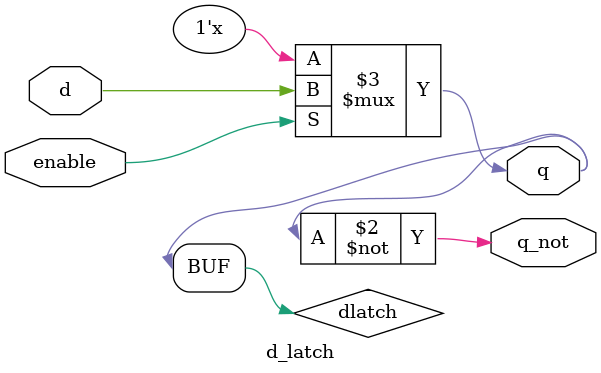
<source format=v>
`timescale 1ns / 1ps

module d_latch(
    input d, enable,
    output q, q_not
    );
    
    reg dlatch;
    
    always @(enable or d) begin
        if (enable)
            dlatch <= d;
    end

    assign q = dlatch;
    assign q_not = ~q;

endmodule
</source>
